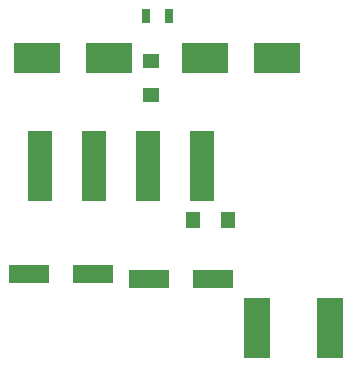
<source format=gbr>
G04 #@! TF.FileFunction,Paste,Top*
%FSLAX46Y46*%
G04 Gerber Fmt 4.6, Leading zero omitted, Abs format (unit mm)*
G04 Created by KiCad (PCBNEW 4.0.7) date 12/07/17 00:39:05*
%MOMM*%
%LPD*%
G01*
G04 APERTURE LIST*
%ADD10C,0.100000*%
%ADD11R,2.300000X5.200000*%
%ADD12R,3.500000X1.600000*%
%ADD13R,2.000000X6.000000*%
%ADD14R,4.000000X2.500000*%
%ADD15R,0.700000X1.300000*%
%ADD16R,1.400000X1.300000*%
%ADD17R,1.300000X1.400000*%
G04 APERTURE END LIST*
D10*
D11*
X131478000Y-112776000D03*
X125278000Y-112776000D03*
D12*
X111412000Y-108204000D03*
X106012000Y-108204000D03*
D13*
X116064000Y-99060000D03*
X120664000Y-99060000D03*
X111520000Y-99060000D03*
X106920000Y-99060000D03*
D12*
X116172000Y-108666000D03*
X121572000Y-108666000D03*
D14*
X112778000Y-89916000D03*
X106678000Y-89916000D03*
X120902000Y-89916000D03*
X127002000Y-89916000D03*
D15*
X115928000Y-86416000D03*
X117828000Y-86416000D03*
D16*
X116378000Y-90216000D03*
X116378000Y-93116000D03*
D17*
X119928000Y-103666000D03*
X122828000Y-103666000D03*
M02*

</source>
